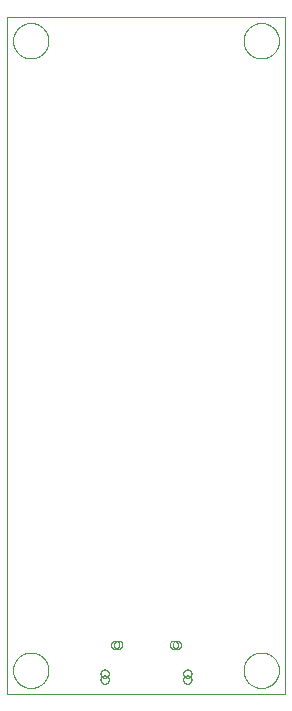
<source format=gbr>
G04 EAGLE Gerber RS-274X export*
G75*
%MOMM*%
%FSLAX34Y34*%
%LPD*%
%IN*%
%IPPOS*%
%AMOC8*
5,1,8,0,0,1.08239X$1,22.5*%
G01*
%ADD10C,0.025400*%
%ADD11C,0.000000*%


D10*
X0Y0D02*
X235200Y0D01*
X235200Y573000D01*
X0Y573000D01*
X0Y0D01*
D11*
X5000Y553000D02*
X5005Y553368D01*
X5018Y553736D01*
X5041Y554103D01*
X5072Y554470D01*
X5113Y554836D01*
X5162Y555201D01*
X5221Y555564D01*
X5288Y555926D01*
X5364Y556287D01*
X5450Y556645D01*
X5543Y557001D01*
X5646Y557354D01*
X5757Y557705D01*
X5877Y558053D01*
X6005Y558398D01*
X6142Y558740D01*
X6287Y559079D01*
X6440Y559413D01*
X6602Y559744D01*
X6771Y560071D01*
X6949Y560393D01*
X7134Y560712D01*
X7327Y561025D01*
X7528Y561334D01*
X7736Y561637D01*
X7952Y561935D01*
X8175Y562228D01*
X8405Y562516D01*
X8642Y562798D01*
X8886Y563073D01*
X9136Y563343D01*
X9393Y563607D01*
X9657Y563864D01*
X9927Y564114D01*
X10202Y564358D01*
X10484Y564595D01*
X10772Y564825D01*
X11065Y565048D01*
X11363Y565264D01*
X11666Y565472D01*
X11975Y565673D01*
X12288Y565866D01*
X12607Y566051D01*
X12929Y566229D01*
X13256Y566398D01*
X13587Y566560D01*
X13921Y566713D01*
X14260Y566858D01*
X14602Y566995D01*
X14947Y567123D01*
X15295Y567243D01*
X15646Y567354D01*
X15999Y567457D01*
X16355Y567550D01*
X16713Y567636D01*
X17074Y567712D01*
X17436Y567779D01*
X17799Y567838D01*
X18164Y567887D01*
X18530Y567928D01*
X18897Y567959D01*
X19264Y567982D01*
X19632Y567995D01*
X20000Y568000D01*
X20368Y567995D01*
X20736Y567982D01*
X21103Y567959D01*
X21470Y567928D01*
X21836Y567887D01*
X22201Y567838D01*
X22564Y567779D01*
X22926Y567712D01*
X23287Y567636D01*
X23645Y567550D01*
X24001Y567457D01*
X24354Y567354D01*
X24705Y567243D01*
X25053Y567123D01*
X25398Y566995D01*
X25740Y566858D01*
X26079Y566713D01*
X26413Y566560D01*
X26744Y566398D01*
X27071Y566229D01*
X27393Y566051D01*
X27712Y565866D01*
X28025Y565673D01*
X28334Y565472D01*
X28637Y565264D01*
X28935Y565048D01*
X29228Y564825D01*
X29516Y564595D01*
X29798Y564358D01*
X30073Y564114D01*
X30343Y563864D01*
X30607Y563607D01*
X30864Y563343D01*
X31114Y563073D01*
X31358Y562798D01*
X31595Y562516D01*
X31825Y562228D01*
X32048Y561935D01*
X32264Y561637D01*
X32472Y561334D01*
X32673Y561025D01*
X32866Y560712D01*
X33051Y560393D01*
X33229Y560071D01*
X33398Y559744D01*
X33560Y559413D01*
X33713Y559079D01*
X33858Y558740D01*
X33995Y558398D01*
X34123Y558053D01*
X34243Y557705D01*
X34354Y557354D01*
X34457Y557001D01*
X34550Y556645D01*
X34636Y556287D01*
X34712Y555926D01*
X34779Y555564D01*
X34838Y555201D01*
X34887Y554836D01*
X34928Y554470D01*
X34959Y554103D01*
X34982Y553736D01*
X34995Y553368D01*
X35000Y553000D01*
X34995Y552632D01*
X34982Y552264D01*
X34959Y551897D01*
X34928Y551530D01*
X34887Y551164D01*
X34838Y550799D01*
X34779Y550436D01*
X34712Y550074D01*
X34636Y549713D01*
X34550Y549355D01*
X34457Y548999D01*
X34354Y548646D01*
X34243Y548295D01*
X34123Y547947D01*
X33995Y547602D01*
X33858Y547260D01*
X33713Y546921D01*
X33560Y546587D01*
X33398Y546256D01*
X33229Y545929D01*
X33051Y545607D01*
X32866Y545288D01*
X32673Y544975D01*
X32472Y544666D01*
X32264Y544363D01*
X32048Y544065D01*
X31825Y543772D01*
X31595Y543484D01*
X31358Y543202D01*
X31114Y542927D01*
X30864Y542657D01*
X30607Y542393D01*
X30343Y542136D01*
X30073Y541886D01*
X29798Y541642D01*
X29516Y541405D01*
X29228Y541175D01*
X28935Y540952D01*
X28637Y540736D01*
X28334Y540528D01*
X28025Y540327D01*
X27712Y540134D01*
X27393Y539949D01*
X27071Y539771D01*
X26744Y539602D01*
X26413Y539440D01*
X26079Y539287D01*
X25740Y539142D01*
X25398Y539005D01*
X25053Y538877D01*
X24705Y538757D01*
X24354Y538646D01*
X24001Y538543D01*
X23645Y538450D01*
X23287Y538364D01*
X22926Y538288D01*
X22564Y538221D01*
X22201Y538162D01*
X21836Y538113D01*
X21470Y538072D01*
X21103Y538041D01*
X20736Y538018D01*
X20368Y538005D01*
X20000Y538000D01*
X19632Y538005D01*
X19264Y538018D01*
X18897Y538041D01*
X18530Y538072D01*
X18164Y538113D01*
X17799Y538162D01*
X17436Y538221D01*
X17074Y538288D01*
X16713Y538364D01*
X16355Y538450D01*
X15999Y538543D01*
X15646Y538646D01*
X15295Y538757D01*
X14947Y538877D01*
X14602Y539005D01*
X14260Y539142D01*
X13921Y539287D01*
X13587Y539440D01*
X13256Y539602D01*
X12929Y539771D01*
X12607Y539949D01*
X12288Y540134D01*
X11975Y540327D01*
X11666Y540528D01*
X11363Y540736D01*
X11065Y540952D01*
X10772Y541175D01*
X10484Y541405D01*
X10202Y541642D01*
X9927Y541886D01*
X9657Y542136D01*
X9393Y542393D01*
X9136Y542657D01*
X8886Y542927D01*
X8642Y543202D01*
X8405Y543484D01*
X8175Y543772D01*
X7952Y544065D01*
X7736Y544363D01*
X7528Y544666D01*
X7327Y544975D01*
X7134Y545288D01*
X6949Y545607D01*
X6771Y545929D01*
X6602Y546256D01*
X6440Y546587D01*
X6287Y546921D01*
X6142Y547260D01*
X6005Y547602D01*
X5877Y547947D01*
X5757Y548295D01*
X5646Y548646D01*
X5543Y548999D01*
X5450Y549355D01*
X5364Y549713D01*
X5288Y550074D01*
X5221Y550436D01*
X5162Y550799D01*
X5113Y551164D01*
X5072Y551530D01*
X5041Y551897D01*
X5018Y552264D01*
X5005Y552632D01*
X5000Y553000D01*
X5000Y20000D02*
X5005Y20368D01*
X5018Y20736D01*
X5041Y21103D01*
X5072Y21470D01*
X5113Y21836D01*
X5162Y22201D01*
X5221Y22564D01*
X5288Y22926D01*
X5364Y23287D01*
X5450Y23645D01*
X5543Y24001D01*
X5646Y24354D01*
X5757Y24705D01*
X5877Y25053D01*
X6005Y25398D01*
X6142Y25740D01*
X6287Y26079D01*
X6440Y26413D01*
X6602Y26744D01*
X6771Y27071D01*
X6949Y27393D01*
X7134Y27712D01*
X7327Y28025D01*
X7528Y28334D01*
X7736Y28637D01*
X7952Y28935D01*
X8175Y29228D01*
X8405Y29516D01*
X8642Y29798D01*
X8886Y30073D01*
X9136Y30343D01*
X9393Y30607D01*
X9657Y30864D01*
X9927Y31114D01*
X10202Y31358D01*
X10484Y31595D01*
X10772Y31825D01*
X11065Y32048D01*
X11363Y32264D01*
X11666Y32472D01*
X11975Y32673D01*
X12288Y32866D01*
X12607Y33051D01*
X12929Y33229D01*
X13256Y33398D01*
X13587Y33560D01*
X13921Y33713D01*
X14260Y33858D01*
X14602Y33995D01*
X14947Y34123D01*
X15295Y34243D01*
X15646Y34354D01*
X15999Y34457D01*
X16355Y34550D01*
X16713Y34636D01*
X17074Y34712D01*
X17436Y34779D01*
X17799Y34838D01*
X18164Y34887D01*
X18530Y34928D01*
X18897Y34959D01*
X19264Y34982D01*
X19632Y34995D01*
X20000Y35000D01*
X20368Y34995D01*
X20736Y34982D01*
X21103Y34959D01*
X21470Y34928D01*
X21836Y34887D01*
X22201Y34838D01*
X22564Y34779D01*
X22926Y34712D01*
X23287Y34636D01*
X23645Y34550D01*
X24001Y34457D01*
X24354Y34354D01*
X24705Y34243D01*
X25053Y34123D01*
X25398Y33995D01*
X25740Y33858D01*
X26079Y33713D01*
X26413Y33560D01*
X26744Y33398D01*
X27071Y33229D01*
X27393Y33051D01*
X27712Y32866D01*
X28025Y32673D01*
X28334Y32472D01*
X28637Y32264D01*
X28935Y32048D01*
X29228Y31825D01*
X29516Y31595D01*
X29798Y31358D01*
X30073Y31114D01*
X30343Y30864D01*
X30607Y30607D01*
X30864Y30343D01*
X31114Y30073D01*
X31358Y29798D01*
X31595Y29516D01*
X31825Y29228D01*
X32048Y28935D01*
X32264Y28637D01*
X32472Y28334D01*
X32673Y28025D01*
X32866Y27712D01*
X33051Y27393D01*
X33229Y27071D01*
X33398Y26744D01*
X33560Y26413D01*
X33713Y26079D01*
X33858Y25740D01*
X33995Y25398D01*
X34123Y25053D01*
X34243Y24705D01*
X34354Y24354D01*
X34457Y24001D01*
X34550Y23645D01*
X34636Y23287D01*
X34712Y22926D01*
X34779Y22564D01*
X34838Y22201D01*
X34887Y21836D01*
X34928Y21470D01*
X34959Y21103D01*
X34982Y20736D01*
X34995Y20368D01*
X35000Y20000D01*
X34995Y19632D01*
X34982Y19264D01*
X34959Y18897D01*
X34928Y18530D01*
X34887Y18164D01*
X34838Y17799D01*
X34779Y17436D01*
X34712Y17074D01*
X34636Y16713D01*
X34550Y16355D01*
X34457Y15999D01*
X34354Y15646D01*
X34243Y15295D01*
X34123Y14947D01*
X33995Y14602D01*
X33858Y14260D01*
X33713Y13921D01*
X33560Y13587D01*
X33398Y13256D01*
X33229Y12929D01*
X33051Y12607D01*
X32866Y12288D01*
X32673Y11975D01*
X32472Y11666D01*
X32264Y11363D01*
X32048Y11065D01*
X31825Y10772D01*
X31595Y10484D01*
X31358Y10202D01*
X31114Y9927D01*
X30864Y9657D01*
X30607Y9393D01*
X30343Y9136D01*
X30073Y8886D01*
X29798Y8642D01*
X29516Y8405D01*
X29228Y8175D01*
X28935Y7952D01*
X28637Y7736D01*
X28334Y7528D01*
X28025Y7327D01*
X27712Y7134D01*
X27393Y6949D01*
X27071Y6771D01*
X26744Y6602D01*
X26413Y6440D01*
X26079Y6287D01*
X25740Y6142D01*
X25398Y6005D01*
X25053Y5877D01*
X24705Y5757D01*
X24354Y5646D01*
X24001Y5543D01*
X23645Y5450D01*
X23287Y5364D01*
X22926Y5288D01*
X22564Y5221D01*
X22201Y5162D01*
X21836Y5113D01*
X21470Y5072D01*
X21103Y5041D01*
X20736Y5018D01*
X20368Y5005D01*
X20000Y5000D01*
X19632Y5005D01*
X19264Y5018D01*
X18897Y5041D01*
X18530Y5072D01*
X18164Y5113D01*
X17799Y5162D01*
X17436Y5221D01*
X17074Y5288D01*
X16713Y5364D01*
X16355Y5450D01*
X15999Y5543D01*
X15646Y5646D01*
X15295Y5757D01*
X14947Y5877D01*
X14602Y6005D01*
X14260Y6142D01*
X13921Y6287D01*
X13587Y6440D01*
X13256Y6602D01*
X12929Y6771D01*
X12607Y6949D01*
X12288Y7134D01*
X11975Y7327D01*
X11666Y7528D01*
X11363Y7736D01*
X11065Y7952D01*
X10772Y8175D01*
X10484Y8405D01*
X10202Y8642D01*
X9927Y8886D01*
X9657Y9136D01*
X9393Y9393D01*
X9136Y9657D01*
X8886Y9927D01*
X8642Y10202D01*
X8405Y10484D01*
X8175Y10772D01*
X7952Y11065D01*
X7736Y11363D01*
X7528Y11666D01*
X7327Y11975D01*
X7134Y12288D01*
X6949Y12607D01*
X6771Y12929D01*
X6602Y13256D01*
X6440Y13587D01*
X6287Y13921D01*
X6142Y14260D01*
X6005Y14602D01*
X5877Y14947D01*
X5757Y15295D01*
X5646Y15646D01*
X5543Y15999D01*
X5450Y16355D01*
X5364Y16713D01*
X5288Y17074D01*
X5221Y17436D01*
X5162Y17799D01*
X5113Y18164D01*
X5072Y18530D01*
X5041Y18897D01*
X5018Y19264D01*
X5005Y19632D01*
X5000Y20000D01*
X200200Y20000D02*
X200205Y20368D01*
X200218Y20736D01*
X200241Y21103D01*
X200272Y21470D01*
X200313Y21836D01*
X200362Y22201D01*
X200421Y22564D01*
X200488Y22926D01*
X200564Y23287D01*
X200650Y23645D01*
X200743Y24001D01*
X200846Y24354D01*
X200957Y24705D01*
X201077Y25053D01*
X201205Y25398D01*
X201342Y25740D01*
X201487Y26079D01*
X201640Y26413D01*
X201802Y26744D01*
X201971Y27071D01*
X202149Y27393D01*
X202334Y27712D01*
X202527Y28025D01*
X202728Y28334D01*
X202936Y28637D01*
X203152Y28935D01*
X203375Y29228D01*
X203605Y29516D01*
X203842Y29798D01*
X204086Y30073D01*
X204336Y30343D01*
X204593Y30607D01*
X204857Y30864D01*
X205127Y31114D01*
X205402Y31358D01*
X205684Y31595D01*
X205972Y31825D01*
X206265Y32048D01*
X206563Y32264D01*
X206866Y32472D01*
X207175Y32673D01*
X207488Y32866D01*
X207807Y33051D01*
X208129Y33229D01*
X208456Y33398D01*
X208787Y33560D01*
X209121Y33713D01*
X209460Y33858D01*
X209802Y33995D01*
X210147Y34123D01*
X210495Y34243D01*
X210846Y34354D01*
X211199Y34457D01*
X211555Y34550D01*
X211913Y34636D01*
X212274Y34712D01*
X212636Y34779D01*
X212999Y34838D01*
X213364Y34887D01*
X213730Y34928D01*
X214097Y34959D01*
X214464Y34982D01*
X214832Y34995D01*
X215200Y35000D01*
X215568Y34995D01*
X215936Y34982D01*
X216303Y34959D01*
X216670Y34928D01*
X217036Y34887D01*
X217401Y34838D01*
X217764Y34779D01*
X218126Y34712D01*
X218487Y34636D01*
X218845Y34550D01*
X219201Y34457D01*
X219554Y34354D01*
X219905Y34243D01*
X220253Y34123D01*
X220598Y33995D01*
X220940Y33858D01*
X221279Y33713D01*
X221613Y33560D01*
X221944Y33398D01*
X222271Y33229D01*
X222593Y33051D01*
X222912Y32866D01*
X223225Y32673D01*
X223534Y32472D01*
X223837Y32264D01*
X224135Y32048D01*
X224428Y31825D01*
X224716Y31595D01*
X224998Y31358D01*
X225273Y31114D01*
X225543Y30864D01*
X225807Y30607D01*
X226064Y30343D01*
X226314Y30073D01*
X226558Y29798D01*
X226795Y29516D01*
X227025Y29228D01*
X227248Y28935D01*
X227464Y28637D01*
X227672Y28334D01*
X227873Y28025D01*
X228066Y27712D01*
X228251Y27393D01*
X228429Y27071D01*
X228598Y26744D01*
X228760Y26413D01*
X228913Y26079D01*
X229058Y25740D01*
X229195Y25398D01*
X229323Y25053D01*
X229443Y24705D01*
X229554Y24354D01*
X229657Y24001D01*
X229750Y23645D01*
X229836Y23287D01*
X229912Y22926D01*
X229979Y22564D01*
X230038Y22201D01*
X230087Y21836D01*
X230128Y21470D01*
X230159Y21103D01*
X230182Y20736D01*
X230195Y20368D01*
X230200Y20000D01*
X230195Y19632D01*
X230182Y19264D01*
X230159Y18897D01*
X230128Y18530D01*
X230087Y18164D01*
X230038Y17799D01*
X229979Y17436D01*
X229912Y17074D01*
X229836Y16713D01*
X229750Y16355D01*
X229657Y15999D01*
X229554Y15646D01*
X229443Y15295D01*
X229323Y14947D01*
X229195Y14602D01*
X229058Y14260D01*
X228913Y13921D01*
X228760Y13587D01*
X228598Y13256D01*
X228429Y12929D01*
X228251Y12607D01*
X228066Y12288D01*
X227873Y11975D01*
X227672Y11666D01*
X227464Y11363D01*
X227248Y11065D01*
X227025Y10772D01*
X226795Y10484D01*
X226558Y10202D01*
X226314Y9927D01*
X226064Y9657D01*
X225807Y9393D01*
X225543Y9136D01*
X225273Y8886D01*
X224998Y8642D01*
X224716Y8405D01*
X224428Y8175D01*
X224135Y7952D01*
X223837Y7736D01*
X223534Y7528D01*
X223225Y7327D01*
X222912Y7134D01*
X222593Y6949D01*
X222271Y6771D01*
X221944Y6602D01*
X221613Y6440D01*
X221279Y6287D01*
X220940Y6142D01*
X220598Y6005D01*
X220253Y5877D01*
X219905Y5757D01*
X219554Y5646D01*
X219201Y5543D01*
X218845Y5450D01*
X218487Y5364D01*
X218126Y5288D01*
X217764Y5221D01*
X217401Y5162D01*
X217036Y5113D01*
X216670Y5072D01*
X216303Y5041D01*
X215936Y5018D01*
X215568Y5005D01*
X215200Y5000D01*
X214832Y5005D01*
X214464Y5018D01*
X214097Y5041D01*
X213730Y5072D01*
X213364Y5113D01*
X212999Y5162D01*
X212636Y5221D01*
X212274Y5288D01*
X211913Y5364D01*
X211555Y5450D01*
X211199Y5543D01*
X210846Y5646D01*
X210495Y5757D01*
X210147Y5877D01*
X209802Y6005D01*
X209460Y6142D01*
X209121Y6287D01*
X208787Y6440D01*
X208456Y6602D01*
X208129Y6771D01*
X207807Y6949D01*
X207488Y7134D01*
X207175Y7327D01*
X206866Y7528D01*
X206563Y7736D01*
X206265Y7952D01*
X205972Y8175D01*
X205684Y8405D01*
X205402Y8642D01*
X205127Y8886D01*
X204857Y9136D01*
X204593Y9393D01*
X204336Y9657D01*
X204086Y9927D01*
X203842Y10202D01*
X203605Y10484D01*
X203375Y10772D01*
X203152Y11065D01*
X202936Y11363D01*
X202728Y11666D01*
X202527Y11975D01*
X202334Y12288D01*
X202149Y12607D01*
X201971Y12929D01*
X201802Y13256D01*
X201640Y13587D01*
X201487Y13921D01*
X201342Y14260D01*
X201205Y14602D01*
X201077Y14947D01*
X200957Y15295D01*
X200846Y15646D01*
X200743Y15999D01*
X200650Y16355D01*
X200564Y16713D01*
X200488Y17074D01*
X200421Y17436D01*
X200362Y17799D01*
X200313Y18164D01*
X200272Y18530D01*
X200241Y18897D01*
X200218Y19264D01*
X200205Y19632D01*
X200200Y20000D01*
X200200Y553000D02*
X200205Y553368D01*
X200218Y553736D01*
X200241Y554103D01*
X200272Y554470D01*
X200313Y554836D01*
X200362Y555201D01*
X200421Y555564D01*
X200488Y555926D01*
X200564Y556287D01*
X200650Y556645D01*
X200743Y557001D01*
X200846Y557354D01*
X200957Y557705D01*
X201077Y558053D01*
X201205Y558398D01*
X201342Y558740D01*
X201487Y559079D01*
X201640Y559413D01*
X201802Y559744D01*
X201971Y560071D01*
X202149Y560393D01*
X202334Y560712D01*
X202527Y561025D01*
X202728Y561334D01*
X202936Y561637D01*
X203152Y561935D01*
X203375Y562228D01*
X203605Y562516D01*
X203842Y562798D01*
X204086Y563073D01*
X204336Y563343D01*
X204593Y563607D01*
X204857Y563864D01*
X205127Y564114D01*
X205402Y564358D01*
X205684Y564595D01*
X205972Y564825D01*
X206265Y565048D01*
X206563Y565264D01*
X206866Y565472D01*
X207175Y565673D01*
X207488Y565866D01*
X207807Y566051D01*
X208129Y566229D01*
X208456Y566398D01*
X208787Y566560D01*
X209121Y566713D01*
X209460Y566858D01*
X209802Y566995D01*
X210147Y567123D01*
X210495Y567243D01*
X210846Y567354D01*
X211199Y567457D01*
X211555Y567550D01*
X211913Y567636D01*
X212274Y567712D01*
X212636Y567779D01*
X212999Y567838D01*
X213364Y567887D01*
X213730Y567928D01*
X214097Y567959D01*
X214464Y567982D01*
X214832Y567995D01*
X215200Y568000D01*
X215568Y567995D01*
X215936Y567982D01*
X216303Y567959D01*
X216670Y567928D01*
X217036Y567887D01*
X217401Y567838D01*
X217764Y567779D01*
X218126Y567712D01*
X218487Y567636D01*
X218845Y567550D01*
X219201Y567457D01*
X219554Y567354D01*
X219905Y567243D01*
X220253Y567123D01*
X220598Y566995D01*
X220940Y566858D01*
X221279Y566713D01*
X221613Y566560D01*
X221944Y566398D01*
X222271Y566229D01*
X222593Y566051D01*
X222912Y565866D01*
X223225Y565673D01*
X223534Y565472D01*
X223837Y565264D01*
X224135Y565048D01*
X224428Y564825D01*
X224716Y564595D01*
X224998Y564358D01*
X225273Y564114D01*
X225543Y563864D01*
X225807Y563607D01*
X226064Y563343D01*
X226314Y563073D01*
X226558Y562798D01*
X226795Y562516D01*
X227025Y562228D01*
X227248Y561935D01*
X227464Y561637D01*
X227672Y561334D01*
X227873Y561025D01*
X228066Y560712D01*
X228251Y560393D01*
X228429Y560071D01*
X228598Y559744D01*
X228760Y559413D01*
X228913Y559079D01*
X229058Y558740D01*
X229195Y558398D01*
X229323Y558053D01*
X229443Y557705D01*
X229554Y557354D01*
X229657Y557001D01*
X229750Y556645D01*
X229836Y556287D01*
X229912Y555926D01*
X229979Y555564D01*
X230038Y555201D01*
X230087Y554836D01*
X230128Y554470D01*
X230159Y554103D01*
X230182Y553736D01*
X230195Y553368D01*
X230200Y553000D01*
X230195Y552632D01*
X230182Y552264D01*
X230159Y551897D01*
X230128Y551530D01*
X230087Y551164D01*
X230038Y550799D01*
X229979Y550436D01*
X229912Y550074D01*
X229836Y549713D01*
X229750Y549355D01*
X229657Y548999D01*
X229554Y548646D01*
X229443Y548295D01*
X229323Y547947D01*
X229195Y547602D01*
X229058Y547260D01*
X228913Y546921D01*
X228760Y546587D01*
X228598Y546256D01*
X228429Y545929D01*
X228251Y545607D01*
X228066Y545288D01*
X227873Y544975D01*
X227672Y544666D01*
X227464Y544363D01*
X227248Y544065D01*
X227025Y543772D01*
X226795Y543484D01*
X226558Y543202D01*
X226314Y542927D01*
X226064Y542657D01*
X225807Y542393D01*
X225543Y542136D01*
X225273Y541886D01*
X224998Y541642D01*
X224716Y541405D01*
X224428Y541175D01*
X224135Y540952D01*
X223837Y540736D01*
X223534Y540528D01*
X223225Y540327D01*
X222912Y540134D01*
X222593Y539949D01*
X222271Y539771D01*
X221944Y539602D01*
X221613Y539440D01*
X221279Y539287D01*
X220940Y539142D01*
X220598Y539005D01*
X220253Y538877D01*
X219905Y538757D01*
X219554Y538646D01*
X219201Y538543D01*
X218845Y538450D01*
X218487Y538364D01*
X218126Y538288D01*
X217764Y538221D01*
X217401Y538162D01*
X217036Y538113D01*
X216670Y538072D01*
X216303Y538041D01*
X215936Y538018D01*
X215568Y538005D01*
X215200Y538000D01*
X214832Y538005D01*
X214464Y538018D01*
X214097Y538041D01*
X213730Y538072D01*
X213364Y538113D01*
X212999Y538162D01*
X212636Y538221D01*
X212274Y538288D01*
X211913Y538364D01*
X211555Y538450D01*
X211199Y538543D01*
X210846Y538646D01*
X210495Y538757D01*
X210147Y538877D01*
X209802Y539005D01*
X209460Y539142D01*
X209121Y539287D01*
X208787Y539440D01*
X208456Y539602D01*
X208129Y539771D01*
X207807Y539949D01*
X207488Y540134D01*
X207175Y540327D01*
X206866Y540528D01*
X206563Y540736D01*
X206265Y540952D01*
X205972Y541175D01*
X205684Y541405D01*
X205402Y541642D01*
X205127Y541886D01*
X204857Y542136D01*
X204593Y542393D01*
X204336Y542657D01*
X204086Y542927D01*
X203842Y543202D01*
X203605Y543484D01*
X203375Y543772D01*
X203152Y544065D01*
X202936Y544363D01*
X202728Y544666D01*
X202527Y544975D01*
X202334Y545288D01*
X202149Y545607D01*
X201971Y545929D01*
X201802Y546256D01*
X201640Y546587D01*
X201487Y546921D01*
X201342Y547260D01*
X201205Y547602D01*
X201077Y547947D01*
X200957Y548295D01*
X200846Y548646D01*
X200743Y548999D01*
X200650Y549355D01*
X200564Y549713D01*
X200488Y550074D01*
X200421Y550436D01*
X200362Y550799D01*
X200313Y551164D01*
X200272Y551530D01*
X200241Y551897D01*
X200218Y552264D01*
X200205Y552632D01*
X200200Y553000D01*
X79048Y17190D02*
X79050Y17308D01*
X79056Y17426D01*
X79066Y17544D01*
X79080Y17661D01*
X79098Y17778D01*
X79120Y17895D01*
X79145Y18010D01*
X79175Y18124D01*
X79209Y18238D01*
X79246Y18350D01*
X79287Y18461D01*
X79332Y18570D01*
X79380Y18678D01*
X79432Y18784D01*
X79488Y18889D01*
X79547Y18991D01*
X79609Y19091D01*
X79675Y19189D01*
X79744Y19285D01*
X79817Y19379D01*
X79892Y19470D01*
X79971Y19558D01*
X80052Y19644D01*
X80137Y19727D01*
X80224Y19807D01*
X80313Y19884D01*
X80406Y19958D01*
X80500Y20028D01*
X80597Y20096D01*
X80697Y20160D01*
X80798Y20221D01*
X80901Y20278D01*
X81007Y20332D01*
X81114Y20383D01*
X81222Y20429D01*
X81332Y20472D01*
X81444Y20511D01*
X81557Y20547D01*
X81671Y20578D01*
X81786Y20606D01*
X81901Y20630D01*
X82018Y20650D01*
X82135Y20666D01*
X82253Y20678D01*
X82371Y20686D01*
X82489Y20690D01*
X82607Y20690D01*
X82725Y20686D01*
X82843Y20678D01*
X82961Y20666D01*
X83078Y20650D01*
X83195Y20630D01*
X83310Y20606D01*
X83425Y20578D01*
X83539Y20547D01*
X83652Y20511D01*
X83764Y20472D01*
X83874Y20429D01*
X83982Y20383D01*
X84089Y20332D01*
X84195Y20278D01*
X84298Y20221D01*
X84399Y20160D01*
X84499Y20096D01*
X84596Y20028D01*
X84690Y19958D01*
X84783Y19884D01*
X84872Y19807D01*
X84959Y19727D01*
X85044Y19644D01*
X85125Y19558D01*
X85204Y19470D01*
X85279Y19379D01*
X85352Y19285D01*
X85421Y19189D01*
X85487Y19091D01*
X85549Y18991D01*
X85608Y18889D01*
X85664Y18784D01*
X85716Y18678D01*
X85764Y18570D01*
X85809Y18461D01*
X85850Y18350D01*
X85887Y18238D01*
X85921Y18124D01*
X85951Y18010D01*
X85976Y17895D01*
X85998Y17778D01*
X86016Y17661D01*
X86030Y17544D01*
X86040Y17426D01*
X86046Y17308D01*
X86048Y17190D01*
X86046Y17072D01*
X86040Y16954D01*
X86030Y16836D01*
X86016Y16719D01*
X85998Y16602D01*
X85976Y16485D01*
X85951Y16370D01*
X85921Y16256D01*
X85887Y16142D01*
X85850Y16030D01*
X85809Y15919D01*
X85764Y15810D01*
X85716Y15702D01*
X85664Y15596D01*
X85608Y15491D01*
X85549Y15389D01*
X85487Y15289D01*
X85421Y15191D01*
X85352Y15095D01*
X85279Y15001D01*
X85204Y14910D01*
X85125Y14822D01*
X85044Y14736D01*
X84959Y14653D01*
X84872Y14573D01*
X84783Y14496D01*
X84690Y14422D01*
X84596Y14352D01*
X84499Y14284D01*
X84399Y14220D01*
X84298Y14159D01*
X84195Y14102D01*
X84089Y14048D01*
X83982Y13997D01*
X83874Y13951D01*
X83764Y13908D01*
X83652Y13869D01*
X83539Y13833D01*
X83425Y13802D01*
X83310Y13774D01*
X83195Y13750D01*
X83078Y13730D01*
X82961Y13714D01*
X82843Y13702D01*
X82725Y13694D01*
X82607Y13690D01*
X82489Y13690D01*
X82371Y13694D01*
X82253Y13702D01*
X82135Y13714D01*
X82018Y13730D01*
X81901Y13750D01*
X81786Y13774D01*
X81671Y13802D01*
X81557Y13833D01*
X81444Y13869D01*
X81332Y13908D01*
X81222Y13951D01*
X81114Y13997D01*
X81007Y14048D01*
X80901Y14102D01*
X80798Y14159D01*
X80697Y14220D01*
X80597Y14284D01*
X80500Y14352D01*
X80406Y14422D01*
X80313Y14496D01*
X80224Y14573D01*
X80137Y14653D01*
X80052Y14736D01*
X79971Y14822D01*
X79892Y14910D01*
X79817Y15001D01*
X79744Y15095D01*
X79675Y15191D01*
X79609Y15289D01*
X79547Y15389D01*
X79488Y15491D01*
X79432Y15596D01*
X79380Y15702D01*
X79332Y15810D01*
X79287Y15919D01*
X79246Y16030D01*
X79209Y16142D01*
X79175Y16256D01*
X79145Y16370D01*
X79120Y16485D01*
X79098Y16602D01*
X79080Y16719D01*
X79066Y16836D01*
X79056Y16954D01*
X79050Y17072D01*
X79048Y17190D01*
X79048Y12110D02*
X79050Y12228D01*
X79056Y12346D01*
X79066Y12464D01*
X79080Y12581D01*
X79098Y12698D01*
X79120Y12815D01*
X79145Y12930D01*
X79175Y13044D01*
X79209Y13158D01*
X79246Y13270D01*
X79287Y13381D01*
X79332Y13490D01*
X79380Y13598D01*
X79432Y13704D01*
X79488Y13809D01*
X79547Y13911D01*
X79609Y14011D01*
X79675Y14109D01*
X79744Y14205D01*
X79817Y14299D01*
X79892Y14390D01*
X79971Y14478D01*
X80052Y14564D01*
X80137Y14647D01*
X80224Y14727D01*
X80313Y14804D01*
X80406Y14878D01*
X80500Y14948D01*
X80597Y15016D01*
X80697Y15080D01*
X80798Y15141D01*
X80901Y15198D01*
X81007Y15252D01*
X81114Y15303D01*
X81222Y15349D01*
X81332Y15392D01*
X81444Y15431D01*
X81557Y15467D01*
X81671Y15498D01*
X81786Y15526D01*
X81901Y15550D01*
X82018Y15570D01*
X82135Y15586D01*
X82253Y15598D01*
X82371Y15606D01*
X82489Y15610D01*
X82607Y15610D01*
X82725Y15606D01*
X82843Y15598D01*
X82961Y15586D01*
X83078Y15570D01*
X83195Y15550D01*
X83310Y15526D01*
X83425Y15498D01*
X83539Y15467D01*
X83652Y15431D01*
X83764Y15392D01*
X83874Y15349D01*
X83982Y15303D01*
X84089Y15252D01*
X84195Y15198D01*
X84298Y15141D01*
X84399Y15080D01*
X84499Y15016D01*
X84596Y14948D01*
X84690Y14878D01*
X84783Y14804D01*
X84872Y14727D01*
X84959Y14647D01*
X85044Y14564D01*
X85125Y14478D01*
X85204Y14390D01*
X85279Y14299D01*
X85352Y14205D01*
X85421Y14109D01*
X85487Y14011D01*
X85549Y13911D01*
X85608Y13809D01*
X85664Y13704D01*
X85716Y13598D01*
X85764Y13490D01*
X85809Y13381D01*
X85850Y13270D01*
X85887Y13158D01*
X85921Y13044D01*
X85951Y12930D01*
X85976Y12815D01*
X85998Y12698D01*
X86016Y12581D01*
X86030Y12464D01*
X86040Y12346D01*
X86046Y12228D01*
X86048Y12110D01*
X86046Y11992D01*
X86040Y11874D01*
X86030Y11756D01*
X86016Y11639D01*
X85998Y11522D01*
X85976Y11405D01*
X85951Y11290D01*
X85921Y11176D01*
X85887Y11062D01*
X85850Y10950D01*
X85809Y10839D01*
X85764Y10730D01*
X85716Y10622D01*
X85664Y10516D01*
X85608Y10411D01*
X85549Y10309D01*
X85487Y10209D01*
X85421Y10111D01*
X85352Y10015D01*
X85279Y9921D01*
X85204Y9830D01*
X85125Y9742D01*
X85044Y9656D01*
X84959Y9573D01*
X84872Y9493D01*
X84783Y9416D01*
X84690Y9342D01*
X84596Y9272D01*
X84499Y9204D01*
X84399Y9140D01*
X84298Y9079D01*
X84195Y9022D01*
X84089Y8968D01*
X83982Y8917D01*
X83874Y8871D01*
X83764Y8828D01*
X83652Y8789D01*
X83539Y8753D01*
X83425Y8722D01*
X83310Y8694D01*
X83195Y8670D01*
X83078Y8650D01*
X82961Y8634D01*
X82843Y8622D01*
X82725Y8614D01*
X82607Y8610D01*
X82489Y8610D01*
X82371Y8614D01*
X82253Y8622D01*
X82135Y8634D01*
X82018Y8650D01*
X81901Y8670D01*
X81786Y8694D01*
X81671Y8722D01*
X81557Y8753D01*
X81444Y8789D01*
X81332Y8828D01*
X81222Y8871D01*
X81114Y8917D01*
X81007Y8968D01*
X80901Y9022D01*
X80798Y9079D01*
X80697Y9140D01*
X80597Y9204D01*
X80500Y9272D01*
X80406Y9342D01*
X80313Y9416D01*
X80224Y9493D01*
X80137Y9573D01*
X80052Y9656D01*
X79971Y9742D01*
X79892Y9830D01*
X79817Y9921D01*
X79744Y10015D01*
X79675Y10111D01*
X79609Y10209D01*
X79547Y10309D01*
X79488Y10411D01*
X79432Y10516D01*
X79380Y10622D01*
X79332Y10730D01*
X79287Y10839D01*
X79246Y10950D01*
X79209Y11062D01*
X79175Y11176D01*
X79145Y11290D01*
X79120Y11405D01*
X79098Y11522D01*
X79080Y11639D01*
X79066Y11756D01*
X79056Y11874D01*
X79050Y11992D01*
X79048Y12110D01*
X149152Y17190D02*
X149154Y17308D01*
X149160Y17426D01*
X149170Y17544D01*
X149184Y17661D01*
X149202Y17778D01*
X149224Y17895D01*
X149249Y18010D01*
X149279Y18124D01*
X149313Y18238D01*
X149350Y18350D01*
X149391Y18461D01*
X149436Y18570D01*
X149484Y18678D01*
X149536Y18784D01*
X149592Y18889D01*
X149651Y18991D01*
X149713Y19091D01*
X149779Y19189D01*
X149848Y19285D01*
X149921Y19379D01*
X149996Y19470D01*
X150075Y19558D01*
X150156Y19644D01*
X150241Y19727D01*
X150328Y19807D01*
X150417Y19884D01*
X150510Y19958D01*
X150604Y20028D01*
X150701Y20096D01*
X150801Y20160D01*
X150902Y20221D01*
X151005Y20278D01*
X151111Y20332D01*
X151218Y20383D01*
X151326Y20429D01*
X151436Y20472D01*
X151548Y20511D01*
X151661Y20547D01*
X151775Y20578D01*
X151890Y20606D01*
X152005Y20630D01*
X152122Y20650D01*
X152239Y20666D01*
X152357Y20678D01*
X152475Y20686D01*
X152593Y20690D01*
X152711Y20690D01*
X152829Y20686D01*
X152947Y20678D01*
X153065Y20666D01*
X153182Y20650D01*
X153299Y20630D01*
X153414Y20606D01*
X153529Y20578D01*
X153643Y20547D01*
X153756Y20511D01*
X153868Y20472D01*
X153978Y20429D01*
X154086Y20383D01*
X154193Y20332D01*
X154299Y20278D01*
X154402Y20221D01*
X154503Y20160D01*
X154603Y20096D01*
X154700Y20028D01*
X154794Y19958D01*
X154887Y19884D01*
X154976Y19807D01*
X155063Y19727D01*
X155148Y19644D01*
X155229Y19558D01*
X155308Y19470D01*
X155383Y19379D01*
X155456Y19285D01*
X155525Y19189D01*
X155591Y19091D01*
X155653Y18991D01*
X155712Y18889D01*
X155768Y18784D01*
X155820Y18678D01*
X155868Y18570D01*
X155913Y18461D01*
X155954Y18350D01*
X155991Y18238D01*
X156025Y18124D01*
X156055Y18010D01*
X156080Y17895D01*
X156102Y17778D01*
X156120Y17661D01*
X156134Y17544D01*
X156144Y17426D01*
X156150Y17308D01*
X156152Y17190D01*
X156150Y17072D01*
X156144Y16954D01*
X156134Y16836D01*
X156120Y16719D01*
X156102Y16602D01*
X156080Y16485D01*
X156055Y16370D01*
X156025Y16256D01*
X155991Y16142D01*
X155954Y16030D01*
X155913Y15919D01*
X155868Y15810D01*
X155820Y15702D01*
X155768Y15596D01*
X155712Y15491D01*
X155653Y15389D01*
X155591Y15289D01*
X155525Y15191D01*
X155456Y15095D01*
X155383Y15001D01*
X155308Y14910D01*
X155229Y14822D01*
X155148Y14736D01*
X155063Y14653D01*
X154976Y14573D01*
X154887Y14496D01*
X154794Y14422D01*
X154700Y14352D01*
X154603Y14284D01*
X154503Y14220D01*
X154402Y14159D01*
X154299Y14102D01*
X154193Y14048D01*
X154086Y13997D01*
X153978Y13951D01*
X153868Y13908D01*
X153756Y13869D01*
X153643Y13833D01*
X153529Y13802D01*
X153414Y13774D01*
X153299Y13750D01*
X153182Y13730D01*
X153065Y13714D01*
X152947Y13702D01*
X152829Y13694D01*
X152711Y13690D01*
X152593Y13690D01*
X152475Y13694D01*
X152357Y13702D01*
X152239Y13714D01*
X152122Y13730D01*
X152005Y13750D01*
X151890Y13774D01*
X151775Y13802D01*
X151661Y13833D01*
X151548Y13869D01*
X151436Y13908D01*
X151326Y13951D01*
X151218Y13997D01*
X151111Y14048D01*
X151005Y14102D01*
X150902Y14159D01*
X150801Y14220D01*
X150701Y14284D01*
X150604Y14352D01*
X150510Y14422D01*
X150417Y14496D01*
X150328Y14573D01*
X150241Y14653D01*
X150156Y14736D01*
X150075Y14822D01*
X149996Y14910D01*
X149921Y15001D01*
X149848Y15095D01*
X149779Y15191D01*
X149713Y15289D01*
X149651Y15389D01*
X149592Y15491D01*
X149536Y15596D01*
X149484Y15702D01*
X149436Y15810D01*
X149391Y15919D01*
X149350Y16030D01*
X149313Y16142D01*
X149279Y16256D01*
X149249Y16370D01*
X149224Y16485D01*
X149202Y16602D01*
X149184Y16719D01*
X149170Y16836D01*
X149160Y16954D01*
X149154Y17072D01*
X149152Y17190D01*
X149152Y12110D02*
X149154Y12228D01*
X149160Y12346D01*
X149170Y12464D01*
X149184Y12581D01*
X149202Y12698D01*
X149224Y12815D01*
X149249Y12930D01*
X149279Y13044D01*
X149313Y13158D01*
X149350Y13270D01*
X149391Y13381D01*
X149436Y13490D01*
X149484Y13598D01*
X149536Y13704D01*
X149592Y13809D01*
X149651Y13911D01*
X149713Y14011D01*
X149779Y14109D01*
X149848Y14205D01*
X149921Y14299D01*
X149996Y14390D01*
X150075Y14478D01*
X150156Y14564D01*
X150241Y14647D01*
X150328Y14727D01*
X150417Y14804D01*
X150510Y14878D01*
X150604Y14948D01*
X150701Y15016D01*
X150801Y15080D01*
X150902Y15141D01*
X151005Y15198D01*
X151111Y15252D01*
X151218Y15303D01*
X151326Y15349D01*
X151436Y15392D01*
X151548Y15431D01*
X151661Y15467D01*
X151775Y15498D01*
X151890Y15526D01*
X152005Y15550D01*
X152122Y15570D01*
X152239Y15586D01*
X152357Y15598D01*
X152475Y15606D01*
X152593Y15610D01*
X152711Y15610D01*
X152829Y15606D01*
X152947Y15598D01*
X153065Y15586D01*
X153182Y15570D01*
X153299Y15550D01*
X153414Y15526D01*
X153529Y15498D01*
X153643Y15467D01*
X153756Y15431D01*
X153868Y15392D01*
X153978Y15349D01*
X154086Y15303D01*
X154193Y15252D01*
X154299Y15198D01*
X154402Y15141D01*
X154503Y15080D01*
X154603Y15016D01*
X154700Y14948D01*
X154794Y14878D01*
X154887Y14804D01*
X154976Y14727D01*
X155063Y14647D01*
X155148Y14564D01*
X155229Y14478D01*
X155308Y14390D01*
X155383Y14299D01*
X155456Y14205D01*
X155525Y14109D01*
X155591Y14011D01*
X155653Y13911D01*
X155712Y13809D01*
X155768Y13704D01*
X155820Y13598D01*
X155868Y13490D01*
X155913Y13381D01*
X155954Y13270D01*
X155991Y13158D01*
X156025Y13044D01*
X156055Y12930D01*
X156080Y12815D01*
X156102Y12698D01*
X156120Y12581D01*
X156134Y12464D01*
X156144Y12346D01*
X156150Y12228D01*
X156152Y12110D01*
X156150Y11992D01*
X156144Y11874D01*
X156134Y11756D01*
X156120Y11639D01*
X156102Y11522D01*
X156080Y11405D01*
X156055Y11290D01*
X156025Y11176D01*
X155991Y11062D01*
X155954Y10950D01*
X155913Y10839D01*
X155868Y10730D01*
X155820Y10622D01*
X155768Y10516D01*
X155712Y10411D01*
X155653Y10309D01*
X155591Y10209D01*
X155525Y10111D01*
X155456Y10015D01*
X155383Y9921D01*
X155308Y9830D01*
X155229Y9742D01*
X155148Y9656D01*
X155063Y9573D01*
X154976Y9493D01*
X154887Y9416D01*
X154794Y9342D01*
X154700Y9272D01*
X154603Y9204D01*
X154503Y9140D01*
X154402Y9079D01*
X154299Y9022D01*
X154193Y8968D01*
X154086Y8917D01*
X153978Y8871D01*
X153868Y8828D01*
X153756Y8789D01*
X153643Y8753D01*
X153529Y8722D01*
X153414Y8694D01*
X153299Y8670D01*
X153182Y8650D01*
X153065Y8634D01*
X152947Y8622D01*
X152829Y8614D01*
X152711Y8610D01*
X152593Y8610D01*
X152475Y8614D01*
X152357Y8622D01*
X152239Y8634D01*
X152122Y8650D01*
X152005Y8670D01*
X151890Y8694D01*
X151775Y8722D01*
X151661Y8753D01*
X151548Y8789D01*
X151436Y8828D01*
X151326Y8871D01*
X151218Y8917D01*
X151111Y8968D01*
X151005Y9022D01*
X150902Y9079D01*
X150801Y9140D01*
X150701Y9204D01*
X150604Y9272D01*
X150510Y9342D01*
X150417Y9416D01*
X150328Y9493D01*
X150241Y9573D01*
X150156Y9656D01*
X150075Y9742D01*
X149996Y9830D01*
X149921Y9921D01*
X149848Y10015D01*
X149779Y10111D01*
X149713Y10209D01*
X149651Y10309D01*
X149592Y10411D01*
X149536Y10516D01*
X149484Y10622D01*
X149436Y10730D01*
X149391Y10839D01*
X149350Y10950D01*
X149313Y11062D01*
X149279Y11176D01*
X149249Y11290D01*
X149224Y11405D01*
X149202Y11522D01*
X149184Y11639D01*
X149170Y11756D01*
X149160Y11874D01*
X149154Y11992D01*
X149152Y12110D01*
X87938Y41574D02*
X87940Y41692D01*
X87946Y41810D01*
X87956Y41928D01*
X87970Y42045D01*
X87988Y42162D01*
X88010Y42279D01*
X88035Y42394D01*
X88065Y42508D01*
X88099Y42622D01*
X88136Y42734D01*
X88177Y42845D01*
X88222Y42954D01*
X88270Y43062D01*
X88322Y43168D01*
X88378Y43273D01*
X88437Y43375D01*
X88499Y43475D01*
X88565Y43573D01*
X88634Y43669D01*
X88707Y43763D01*
X88782Y43854D01*
X88861Y43942D01*
X88942Y44028D01*
X89027Y44111D01*
X89114Y44191D01*
X89203Y44268D01*
X89296Y44342D01*
X89390Y44412D01*
X89487Y44480D01*
X89587Y44544D01*
X89688Y44605D01*
X89791Y44662D01*
X89897Y44716D01*
X90004Y44767D01*
X90112Y44813D01*
X90222Y44856D01*
X90334Y44895D01*
X90447Y44931D01*
X90561Y44962D01*
X90676Y44990D01*
X90791Y45014D01*
X90908Y45034D01*
X91025Y45050D01*
X91143Y45062D01*
X91261Y45070D01*
X91379Y45074D01*
X91497Y45074D01*
X91615Y45070D01*
X91733Y45062D01*
X91851Y45050D01*
X91968Y45034D01*
X92085Y45014D01*
X92200Y44990D01*
X92315Y44962D01*
X92429Y44931D01*
X92542Y44895D01*
X92654Y44856D01*
X92764Y44813D01*
X92872Y44767D01*
X92979Y44716D01*
X93085Y44662D01*
X93188Y44605D01*
X93289Y44544D01*
X93389Y44480D01*
X93486Y44412D01*
X93580Y44342D01*
X93673Y44268D01*
X93762Y44191D01*
X93849Y44111D01*
X93934Y44028D01*
X94015Y43942D01*
X94094Y43854D01*
X94169Y43763D01*
X94242Y43669D01*
X94311Y43573D01*
X94377Y43475D01*
X94439Y43375D01*
X94498Y43273D01*
X94554Y43168D01*
X94606Y43062D01*
X94654Y42954D01*
X94699Y42845D01*
X94740Y42734D01*
X94777Y42622D01*
X94811Y42508D01*
X94841Y42394D01*
X94866Y42279D01*
X94888Y42162D01*
X94906Y42045D01*
X94920Y41928D01*
X94930Y41810D01*
X94936Y41692D01*
X94938Y41574D01*
X94936Y41456D01*
X94930Y41338D01*
X94920Y41220D01*
X94906Y41103D01*
X94888Y40986D01*
X94866Y40869D01*
X94841Y40754D01*
X94811Y40640D01*
X94777Y40526D01*
X94740Y40414D01*
X94699Y40303D01*
X94654Y40194D01*
X94606Y40086D01*
X94554Y39980D01*
X94498Y39875D01*
X94439Y39773D01*
X94377Y39673D01*
X94311Y39575D01*
X94242Y39479D01*
X94169Y39385D01*
X94094Y39294D01*
X94015Y39206D01*
X93934Y39120D01*
X93849Y39037D01*
X93762Y38957D01*
X93673Y38880D01*
X93580Y38806D01*
X93486Y38736D01*
X93389Y38668D01*
X93289Y38604D01*
X93188Y38543D01*
X93085Y38486D01*
X92979Y38432D01*
X92872Y38381D01*
X92764Y38335D01*
X92654Y38292D01*
X92542Y38253D01*
X92429Y38217D01*
X92315Y38186D01*
X92200Y38158D01*
X92085Y38134D01*
X91968Y38114D01*
X91851Y38098D01*
X91733Y38086D01*
X91615Y38078D01*
X91497Y38074D01*
X91379Y38074D01*
X91261Y38078D01*
X91143Y38086D01*
X91025Y38098D01*
X90908Y38114D01*
X90791Y38134D01*
X90676Y38158D01*
X90561Y38186D01*
X90447Y38217D01*
X90334Y38253D01*
X90222Y38292D01*
X90112Y38335D01*
X90004Y38381D01*
X89897Y38432D01*
X89791Y38486D01*
X89688Y38543D01*
X89587Y38604D01*
X89487Y38668D01*
X89390Y38736D01*
X89296Y38806D01*
X89203Y38880D01*
X89114Y38957D01*
X89027Y39037D01*
X88942Y39120D01*
X88861Y39206D01*
X88782Y39294D01*
X88707Y39385D01*
X88634Y39479D01*
X88565Y39575D01*
X88499Y39673D01*
X88437Y39773D01*
X88378Y39875D01*
X88322Y39980D01*
X88270Y40086D01*
X88222Y40194D01*
X88177Y40303D01*
X88136Y40414D01*
X88099Y40526D01*
X88065Y40640D01*
X88035Y40754D01*
X88010Y40869D01*
X87988Y40986D01*
X87970Y41103D01*
X87956Y41220D01*
X87946Y41338D01*
X87940Y41456D01*
X87938Y41574D01*
X90478Y41574D02*
X90480Y41692D01*
X90486Y41810D01*
X90496Y41928D01*
X90510Y42045D01*
X90528Y42162D01*
X90550Y42279D01*
X90575Y42394D01*
X90605Y42508D01*
X90639Y42622D01*
X90676Y42734D01*
X90717Y42845D01*
X90762Y42954D01*
X90810Y43062D01*
X90862Y43168D01*
X90918Y43273D01*
X90977Y43375D01*
X91039Y43475D01*
X91105Y43573D01*
X91174Y43669D01*
X91247Y43763D01*
X91322Y43854D01*
X91401Y43942D01*
X91482Y44028D01*
X91567Y44111D01*
X91654Y44191D01*
X91743Y44268D01*
X91836Y44342D01*
X91930Y44412D01*
X92027Y44480D01*
X92127Y44544D01*
X92228Y44605D01*
X92331Y44662D01*
X92437Y44716D01*
X92544Y44767D01*
X92652Y44813D01*
X92762Y44856D01*
X92874Y44895D01*
X92987Y44931D01*
X93101Y44962D01*
X93216Y44990D01*
X93331Y45014D01*
X93448Y45034D01*
X93565Y45050D01*
X93683Y45062D01*
X93801Y45070D01*
X93919Y45074D01*
X94037Y45074D01*
X94155Y45070D01*
X94273Y45062D01*
X94391Y45050D01*
X94508Y45034D01*
X94625Y45014D01*
X94740Y44990D01*
X94855Y44962D01*
X94969Y44931D01*
X95082Y44895D01*
X95194Y44856D01*
X95304Y44813D01*
X95412Y44767D01*
X95519Y44716D01*
X95625Y44662D01*
X95728Y44605D01*
X95829Y44544D01*
X95929Y44480D01*
X96026Y44412D01*
X96120Y44342D01*
X96213Y44268D01*
X96302Y44191D01*
X96389Y44111D01*
X96474Y44028D01*
X96555Y43942D01*
X96634Y43854D01*
X96709Y43763D01*
X96782Y43669D01*
X96851Y43573D01*
X96917Y43475D01*
X96979Y43375D01*
X97038Y43273D01*
X97094Y43168D01*
X97146Y43062D01*
X97194Y42954D01*
X97239Y42845D01*
X97280Y42734D01*
X97317Y42622D01*
X97351Y42508D01*
X97381Y42394D01*
X97406Y42279D01*
X97428Y42162D01*
X97446Y42045D01*
X97460Y41928D01*
X97470Y41810D01*
X97476Y41692D01*
X97478Y41574D01*
X97476Y41456D01*
X97470Y41338D01*
X97460Y41220D01*
X97446Y41103D01*
X97428Y40986D01*
X97406Y40869D01*
X97381Y40754D01*
X97351Y40640D01*
X97317Y40526D01*
X97280Y40414D01*
X97239Y40303D01*
X97194Y40194D01*
X97146Y40086D01*
X97094Y39980D01*
X97038Y39875D01*
X96979Y39773D01*
X96917Y39673D01*
X96851Y39575D01*
X96782Y39479D01*
X96709Y39385D01*
X96634Y39294D01*
X96555Y39206D01*
X96474Y39120D01*
X96389Y39037D01*
X96302Y38957D01*
X96213Y38880D01*
X96120Y38806D01*
X96026Y38736D01*
X95929Y38668D01*
X95829Y38604D01*
X95728Y38543D01*
X95625Y38486D01*
X95519Y38432D01*
X95412Y38381D01*
X95304Y38335D01*
X95194Y38292D01*
X95082Y38253D01*
X94969Y38217D01*
X94855Y38186D01*
X94740Y38158D01*
X94625Y38134D01*
X94508Y38114D01*
X94391Y38098D01*
X94273Y38086D01*
X94155Y38078D01*
X94037Y38074D01*
X93919Y38074D01*
X93801Y38078D01*
X93683Y38086D01*
X93565Y38098D01*
X93448Y38114D01*
X93331Y38134D01*
X93216Y38158D01*
X93101Y38186D01*
X92987Y38217D01*
X92874Y38253D01*
X92762Y38292D01*
X92652Y38335D01*
X92544Y38381D01*
X92437Y38432D01*
X92331Y38486D01*
X92228Y38543D01*
X92127Y38604D01*
X92027Y38668D01*
X91930Y38736D01*
X91836Y38806D01*
X91743Y38880D01*
X91654Y38957D01*
X91567Y39037D01*
X91482Y39120D01*
X91401Y39206D01*
X91322Y39294D01*
X91247Y39385D01*
X91174Y39479D01*
X91105Y39575D01*
X91039Y39673D01*
X90977Y39773D01*
X90918Y39875D01*
X90862Y39980D01*
X90810Y40086D01*
X90762Y40194D01*
X90717Y40303D01*
X90676Y40414D01*
X90639Y40526D01*
X90605Y40640D01*
X90575Y40754D01*
X90550Y40869D01*
X90528Y40986D01*
X90510Y41103D01*
X90496Y41220D01*
X90486Y41338D01*
X90480Y41456D01*
X90478Y41574D01*
X137722Y41574D02*
X137724Y41692D01*
X137730Y41810D01*
X137740Y41928D01*
X137754Y42045D01*
X137772Y42162D01*
X137794Y42279D01*
X137819Y42394D01*
X137849Y42508D01*
X137883Y42622D01*
X137920Y42734D01*
X137961Y42845D01*
X138006Y42954D01*
X138054Y43062D01*
X138106Y43168D01*
X138162Y43273D01*
X138221Y43375D01*
X138283Y43475D01*
X138349Y43573D01*
X138418Y43669D01*
X138491Y43763D01*
X138566Y43854D01*
X138645Y43942D01*
X138726Y44028D01*
X138811Y44111D01*
X138898Y44191D01*
X138987Y44268D01*
X139080Y44342D01*
X139174Y44412D01*
X139271Y44480D01*
X139371Y44544D01*
X139472Y44605D01*
X139575Y44662D01*
X139681Y44716D01*
X139788Y44767D01*
X139896Y44813D01*
X140006Y44856D01*
X140118Y44895D01*
X140231Y44931D01*
X140345Y44962D01*
X140460Y44990D01*
X140575Y45014D01*
X140692Y45034D01*
X140809Y45050D01*
X140927Y45062D01*
X141045Y45070D01*
X141163Y45074D01*
X141281Y45074D01*
X141399Y45070D01*
X141517Y45062D01*
X141635Y45050D01*
X141752Y45034D01*
X141869Y45014D01*
X141984Y44990D01*
X142099Y44962D01*
X142213Y44931D01*
X142326Y44895D01*
X142438Y44856D01*
X142548Y44813D01*
X142656Y44767D01*
X142763Y44716D01*
X142869Y44662D01*
X142972Y44605D01*
X143073Y44544D01*
X143173Y44480D01*
X143270Y44412D01*
X143364Y44342D01*
X143457Y44268D01*
X143546Y44191D01*
X143633Y44111D01*
X143718Y44028D01*
X143799Y43942D01*
X143878Y43854D01*
X143953Y43763D01*
X144026Y43669D01*
X144095Y43573D01*
X144161Y43475D01*
X144223Y43375D01*
X144282Y43273D01*
X144338Y43168D01*
X144390Y43062D01*
X144438Y42954D01*
X144483Y42845D01*
X144524Y42734D01*
X144561Y42622D01*
X144595Y42508D01*
X144625Y42394D01*
X144650Y42279D01*
X144672Y42162D01*
X144690Y42045D01*
X144704Y41928D01*
X144714Y41810D01*
X144720Y41692D01*
X144722Y41574D01*
X144720Y41456D01*
X144714Y41338D01*
X144704Y41220D01*
X144690Y41103D01*
X144672Y40986D01*
X144650Y40869D01*
X144625Y40754D01*
X144595Y40640D01*
X144561Y40526D01*
X144524Y40414D01*
X144483Y40303D01*
X144438Y40194D01*
X144390Y40086D01*
X144338Y39980D01*
X144282Y39875D01*
X144223Y39773D01*
X144161Y39673D01*
X144095Y39575D01*
X144026Y39479D01*
X143953Y39385D01*
X143878Y39294D01*
X143799Y39206D01*
X143718Y39120D01*
X143633Y39037D01*
X143546Y38957D01*
X143457Y38880D01*
X143364Y38806D01*
X143270Y38736D01*
X143173Y38668D01*
X143073Y38604D01*
X142972Y38543D01*
X142869Y38486D01*
X142763Y38432D01*
X142656Y38381D01*
X142548Y38335D01*
X142438Y38292D01*
X142326Y38253D01*
X142213Y38217D01*
X142099Y38186D01*
X141984Y38158D01*
X141869Y38134D01*
X141752Y38114D01*
X141635Y38098D01*
X141517Y38086D01*
X141399Y38078D01*
X141281Y38074D01*
X141163Y38074D01*
X141045Y38078D01*
X140927Y38086D01*
X140809Y38098D01*
X140692Y38114D01*
X140575Y38134D01*
X140460Y38158D01*
X140345Y38186D01*
X140231Y38217D01*
X140118Y38253D01*
X140006Y38292D01*
X139896Y38335D01*
X139788Y38381D01*
X139681Y38432D01*
X139575Y38486D01*
X139472Y38543D01*
X139371Y38604D01*
X139271Y38668D01*
X139174Y38736D01*
X139080Y38806D01*
X138987Y38880D01*
X138898Y38957D01*
X138811Y39037D01*
X138726Y39120D01*
X138645Y39206D01*
X138566Y39294D01*
X138491Y39385D01*
X138418Y39479D01*
X138349Y39575D01*
X138283Y39673D01*
X138221Y39773D01*
X138162Y39875D01*
X138106Y39980D01*
X138054Y40086D01*
X138006Y40194D01*
X137961Y40303D01*
X137920Y40414D01*
X137883Y40526D01*
X137849Y40640D01*
X137819Y40754D01*
X137794Y40869D01*
X137772Y40986D01*
X137754Y41103D01*
X137740Y41220D01*
X137730Y41338D01*
X137724Y41456D01*
X137722Y41574D01*
X140262Y41574D02*
X140264Y41692D01*
X140270Y41810D01*
X140280Y41928D01*
X140294Y42045D01*
X140312Y42162D01*
X140334Y42279D01*
X140359Y42394D01*
X140389Y42508D01*
X140423Y42622D01*
X140460Y42734D01*
X140501Y42845D01*
X140546Y42954D01*
X140594Y43062D01*
X140646Y43168D01*
X140702Y43273D01*
X140761Y43375D01*
X140823Y43475D01*
X140889Y43573D01*
X140958Y43669D01*
X141031Y43763D01*
X141106Y43854D01*
X141185Y43942D01*
X141266Y44028D01*
X141351Y44111D01*
X141438Y44191D01*
X141527Y44268D01*
X141620Y44342D01*
X141714Y44412D01*
X141811Y44480D01*
X141911Y44544D01*
X142012Y44605D01*
X142115Y44662D01*
X142221Y44716D01*
X142328Y44767D01*
X142436Y44813D01*
X142546Y44856D01*
X142658Y44895D01*
X142771Y44931D01*
X142885Y44962D01*
X143000Y44990D01*
X143115Y45014D01*
X143232Y45034D01*
X143349Y45050D01*
X143467Y45062D01*
X143585Y45070D01*
X143703Y45074D01*
X143821Y45074D01*
X143939Y45070D01*
X144057Y45062D01*
X144175Y45050D01*
X144292Y45034D01*
X144409Y45014D01*
X144524Y44990D01*
X144639Y44962D01*
X144753Y44931D01*
X144866Y44895D01*
X144978Y44856D01*
X145088Y44813D01*
X145196Y44767D01*
X145303Y44716D01*
X145409Y44662D01*
X145512Y44605D01*
X145613Y44544D01*
X145713Y44480D01*
X145810Y44412D01*
X145904Y44342D01*
X145997Y44268D01*
X146086Y44191D01*
X146173Y44111D01*
X146258Y44028D01*
X146339Y43942D01*
X146418Y43854D01*
X146493Y43763D01*
X146566Y43669D01*
X146635Y43573D01*
X146701Y43475D01*
X146763Y43375D01*
X146822Y43273D01*
X146878Y43168D01*
X146930Y43062D01*
X146978Y42954D01*
X147023Y42845D01*
X147064Y42734D01*
X147101Y42622D01*
X147135Y42508D01*
X147165Y42394D01*
X147190Y42279D01*
X147212Y42162D01*
X147230Y42045D01*
X147244Y41928D01*
X147254Y41810D01*
X147260Y41692D01*
X147262Y41574D01*
X147260Y41456D01*
X147254Y41338D01*
X147244Y41220D01*
X147230Y41103D01*
X147212Y40986D01*
X147190Y40869D01*
X147165Y40754D01*
X147135Y40640D01*
X147101Y40526D01*
X147064Y40414D01*
X147023Y40303D01*
X146978Y40194D01*
X146930Y40086D01*
X146878Y39980D01*
X146822Y39875D01*
X146763Y39773D01*
X146701Y39673D01*
X146635Y39575D01*
X146566Y39479D01*
X146493Y39385D01*
X146418Y39294D01*
X146339Y39206D01*
X146258Y39120D01*
X146173Y39037D01*
X146086Y38957D01*
X145997Y38880D01*
X145904Y38806D01*
X145810Y38736D01*
X145713Y38668D01*
X145613Y38604D01*
X145512Y38543D01*
X145409Y38486D01*
X145303Y38432D01*
X145196Y38381D01*
X145088Y38335D01*
X144978Y38292D01*
X144866Y38253D01*
X144753Y38217D01*
X144639Y38186D01*
X144524Y38158D01*
X144409Y38134D01*
X144292Y38114D01*
X144175Y38098D01*
X144057Y38086D01*
X143939Y38078D01*
X143821Y38074D01*
X143703Y38074D01*
X143585Y38078D01*
X143467Y38086D01*
X143349Y38098D01*
X143232Y38114D01*
X143115Y38134D01*
X143000Y38158D01*
X142885Y38186D01*
X142771Y38217D01*
X142658Y38253D01*
X142546Y38292D01*
X142436Y38335D01*
X142328Y38381D01*
X142221Y38432D01*
X142115Y38486D01*
X142012Y38543D01*
X141911Y38604D01*
X141811Y38668D01*
X141714Y38736D01*
X141620Y38806D01*
X141527Y38880D01*
X141438Y38957D01*
X141351Y39037D01*
X141266Y39120D01*
X141185Y39206D01*
X141106Y39294D01*
X141031Y39385D01*
X140958Y39479D01*
X140889Y39575D01*
X140823Y39673D01*
X140761Y39773D01*
X140702Y39875D01*
X140646Y39980D01*
X140594Y40086D01*
X140546Y40194D01*
X140501Y40303D01*
X140460Y40414D01*
X140423Y40526D01*
X140389Y40640D01*
X140359Y40754D01*
X140334Y40869D01*
X140312Y40986D01*
X140294Y41103D01*
X140280Y41220D01*
X140270Y41338D01*
X140264Y41456D01*
X140262Y41574D01*
M02*

</source>
